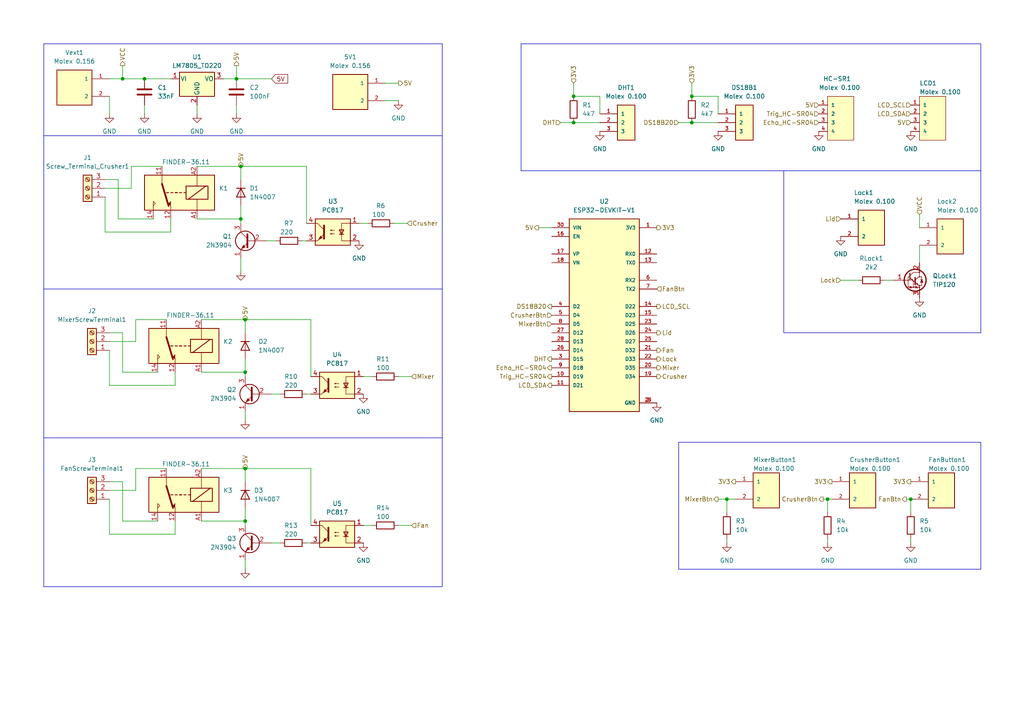
<source format=kicad_sch>
(kicad_sch (version 20230121) (generator eeschema)
  (paper "A4")
  (lib_symbols
    (symbol "Conectores_Molex:Molex_100_2pines" (pin_names (offset 1.016))
      (property "Reference" "P" (at 0 5.086 0))
      (property "Value" "Molex 0.100" (at 0 -7.624 0))
      (symbol "Molex_100_2pines_0_0"
        (rectangle (start 0 5.08) (end 7.62 -5.08) (stroke (width 0.254)) (fill (type background)))
        (pin passive line (at -5.08 2.54 0) (length 5.08) (name "1") (number "1"))
        (pin passive line (at -5.08 -2.54 0) (length 5.08) (name "2") (number "2"))
      )
    )
    (symbol "Conectores_Molex:Molex_100_3pines" (pin_names (offset 1.016))
      (property "Reference" "J" (at -2.5438 5.5964 0))
      (property "Value" "Molex 0.100" (at -2.5433 -7.1213 0))
      (symbol "Molex_100_3pines_0_0"
        (rectangle (start -2.54 -5.08) (end 2.54 5.08) (stroke (width 0.254)) (fill (type background)))
        (pin passive line (at 7.62 2.54 180) (length 5.08) (name "1") (number "1"))
        (pin passive line (at 7.62 0 180) (length 5.08) (name "2") (number "2"))
        (pin passive line (at 7.62 -2.54 180) (length 5.08) (name "3") (number "3"))
      )
    )
    (symbol "Conectores_Molex:Molex_100_4pines" (pin_names (offset 1.016))
      (property "Reference" "J" (at -3.0498 5.5914 0))
      (property "Value" "Molex 0.100" (at -2.5406 -10.1625 0))
      (symbol "Molex_100_4pines_0_0"
        (rectangle (start -2.54 5.08) (end 5.08 -7.62) (stroke (width 0.1524)) (fill (type background)))
        (pin passive line (at -5.08 2.54 0) (length 2.54) (name "1") (number "1"))
        (pin passive line (at -5.08 0 0) (length 2.54) (name "2") (number "2"))
        (pin passive line (at -5.08 -2.54 0) (length 2.54) (name "3") (number "3"))
        (pin passive line (at -5.08 -5.08 0) (length 2.54) (name "4") (number "4"))
      )
    )
    (symbol "Conectores_Molex:Molex_156_2pines" (pin_names (offset 1.016))
      (property "Reference" "J" (at -5.0839 5.3381 0))
      (property "Value" "Molex 0.156" (at -5.0864 -7.6295 0))
      (symbol "Molex_156_2pines_0_0"
        (rectangle (start -5.08 -5.08) (end 5.08 5.08) (stroke (width 0.254)) (fill (type background)))
        (pin passive line (at 10.16 2.54 180) (length 5.08) (name "1") (number "1"))
        (pin passive line (at 10.16 -2.54 180) (length 5.08) (name "2") (number "2"))
      )
    )
    (symbol "Connector:Screw_Terminal_01x03" (pin_names (offset 1.016) hide)
      (property "Reference" "J" (at 0 5.08 0))
      (property "Value" "Screw_Terminal_01x03" (at 0 -5.08 0))
      (symbol "Screw_Terminal_01x03_1_1"
        (rectangle (start -1.27 3.81) (end 1.27 -3.81) (stroke (width 0.254)) (fill (type background)))
        (circle (center 0 -2.54) (radius 0.635) (stroke (width 0.1524)))
        (polyline (pts (xy -0.5334 -2.2098) (xy 0.3302 -3.048)) (stroke (width 0.1524)))
        (polyline (pts (xy -0.5334 0.3302) (xy 0.3302 -0.508)) (stroke (width 0.1524)))
        (polyline (pts (xy -0.5334 2.8702) (xy 0.3302 2.032)) (stroke (width 0.1524)))
        (polyline (pts (xy -0.3556 -2.032) (xy 0.508 -2.8702)) (stroke (width 0.1524)))
        (polyline (pts (xy -0.3556 0.508) (xy 0.508 -0.3302)) (stroke (width 0.1524)))
        (polyline (pts (xy -0.3556 3.048) (xy 0.508 2.2098)) (stroke (width 0.1524)))
        (circle (center 0 0) (radius 0.635) (stroke (width 0.1524)))
        (circle (center 0 2.54) (radius 0.635) (stroke (width 0.1524)))
        (pin passive line (at -5.08 2.54 0) (length 3.81) (name "Pin_1") (number "1"))
        (pin passive line (at -5.08 0 0) (length 3.81) (name "Pin_2") (number "2"))
        (pin passive line (at -5.08 -2.54 0) (length 3.81) (name "Pin_3") (number "3"))
      )
    )
    (symbol "Device:C" (pin_numbers hide) (pin_names (offset 0.254))
      (property "Reference" "C" (at 0.635 2.54 0))
      (property "Value" "C" (at 0.635 -2.54 0))
      (symbol "C_0_1"
        (polyline (pts (xy -2.032 -0.762) (xy 2.032 -0.762)) (stroke (width 0.508)))
        (polyline (pts (xy -2.032 0.762) (xy 2.032 0.762)) (stroke (width 0.508)))
      )
      (symbol "C_1_1"
        (pin passive line (at 0 3.81 270) (length 2.794) (name "~") (number "1"))
        (pin passive line (at 0 -3.81 90) (length 2.794) (name "~") (number "2"))
      )
    )
    (symbol "Device:R" (pin_numbers hide) (pin_names (offset 0))
      (property "Reference" "R" (at 2.032 0 90))
      (property "Value" "R" (at 0 0 90))
      (symbol "R_0_1"
        (rectangle (start -1.016 -2.54) (end 1.016 2.54) (stroke (width 0.254)))
      )
      (symbol "R_1_1"
        (pin passive line (at 0 3.81 270) (length 1.27) (name "~") (number "1"))
        (pin passive line (at 0 -3.81 90) (length 1.27) (name "~") (number "2"))
      )
    )
    (symbol "Diode:1N4007" (pin_numbers hide) (pin_names hide)
      (property "Reference" "D" (at 0 2.54 0))
      (property "Value" "1N4007" (at 0 -2.54 0))
      (symbol "1N4007_0_1"
        (polyline (pts (xy -1.27 1.27) (xy -1.27 -1.27)) (stroke (width 0.254)))
        (polyline (pts (xy 1.27 0) (xy -1.27 0)))
        (polyline (pts (xy 1.27 1.27) (xy 1.27 -1.27) (xy -1.27 0) (xy 1.27 1.27)) (stroke (width 0.254)))
      )
      (symbol "1N4007_1_1"
        (pin passive line (at -3.81 0 0) (length 2.54) (name "K") (number "1"))
        (pin passive line (at 3.81 0 180) (length 2.54) (name "A") (number "2"))
      )
    )
    (symbol "ESP32-DEVKIT-V1:ESP32-DEVKIT-V1" (pin_names (offset 1.016))
      (property "Reference" "U" (at -10.16 30.48 0))
      (property "Value" "ESP32-DEVKIT-V1" (at -10.16 -30.48 0))
      (symbol "ESP32-DEVKIT-V1_0_0"
        (rectangle (start -10.16 -27.94) (end 10.16 27.94) (stroke (width 0.254)) (fill (type background)))
        (pin output line (at 15.24 25.4 180) (length 5.08) (name "3V3") (number "1"))
        (pin bidirectional line (at -15.24 -17.78 0) (length 5.08) (name "D19") (number "10"))
        (pin bidirectional line (at -15.24 -20.32 0) (length 5.08) (name "D21") (number "11"))
        (pin input line (at 15.24 17.78 180) (length 5.08) (name "RX0") (number "12"))
        (pin output line (at 15.24 15.24 180) (length 5.08) (name "TX0") (number "13"))
        (pin bidirectional line (at 15.24 2.54 180) (length 5.08) (name "D22") (number "14"))
        (pin bidirectional line (at 15.24 0 180) (length 5.08) (name "D23") (number "15"))
        (pin input line (at -15.24 22.86 0) (length 5.08) (name "EN") (number "16"))
        (pin bidirectional line (at -15.24 17.78 0) (length 5.08) (name "VP") (number "17"))
        (pin bidirectional line (at -15.24 15.24 0) (length 5.08) (name "VN") (number "18"))
        (pin bidirectional line (at 15.24 -17.78 180) (length 5.08) (name "D34") (number "19"))
        (pin power_in line (at 15.24 -25.4 180) (length 5.08) (name "GND") (number "2"))
        (pin bidirectional line (at 15.24 -15.24 180) (length 5.08) (name "D35") (number "20"))
        (pin bidirectional line (at 15.24 -10.16 180) (length 5.08) (name "D32") (number "21"))
        (pin bidirectional line (at 15.24 -12.7 180) (length 5.08) (name "D33") (number "22"))
        (pin bidirectional line (at 15.24 -2.54 180) (length 5.08) (name "D25") (number "23"))
        (pin bidirectional line (at 15.24 -5.08 180) (length 5.08) (name "D26") (number "24"))
        (pin bidirectional line (at 15.24 -7.62 180) (length 5.08) (name "D27") (number "25"))
        (pin bidirectional line (at -15.24 -10.16 0) (length 5.08) (name "D14") (number "26"))
        (pin bidirectional line (at -15.24 -5.08 0) (length 5.08) (name "D12") (number "27"))
        (pin bidirectional line (at -15.24 -7.62 0) (length 5.08) (name "D13") (number "28"))
        (pin power_in line (at 15.24 -25.4 180) (length 5.08) (name "GND") (number "29"))
        (pin bidirectional line (at -15.24 -12.7 0) (length 5.08) (name "D15") (number "3"))
        (pin input line (at -15.24 25.4 0) (length 5.08) (name "VIN") (number "30"))
        (pin bidirectional line (at -15.24 2.54 0) (length 5.08) (name "D2") (number "4"))
        (pin bidirectional line (at -15.24 0 0) (length 5.08) (name "D4") (number "5"))
        (pin input line (at 15.24 10.16 180) (length 5.08) (name "RX2") (number "6"))
        (pin output line (at 15.24 7.62 180) (length 5.08) (name "TX2") (number "7"))
        (pin bidirectional line (at -15.24 -2.54 0) (length 5.08) (name "D5") (number "8"))
        (pin bidirectional line (at -15.24 -15.24 0) (length 5.08) (name "D18") (number "9"))
      )
    )
    (symbol "Isolator:PC817" (pin_names (offset 1.016))
      (property "Reference" "U" (at -5.08 5.08 0))
      (property "Value" "PC817" (at 0 5.08 0))
      (symbol "PC817_0_1"
        (rectangle (start -5.08 3.81) (end 5.08 -3.81) (stroke (width 0.254)) (fill (type background)))
        (polyline (pts (xy -3.175 -0.635) (xy -1.905 -0.635)) (stroke (width 0.254)))
        (polyline (pts (xy 2.54 0.635) (xy 4.445 2.54)))
        (polyline (pts (xy 4.445 -2.54) (xy 2.54 -0.635)) (fill (type outline)))
        (polyline (pts (xy 4.445 -2.54) (xy 5.08 -2.54)))
        (polyline (pts (xy 4.445 2.54) (xy 5.08 2.54)))
        (polyline (pts (xy -5.08 2.54) (xy -2.54 2.54) (xy -2.54 -0.635)))
        (polyline (pts (xy -2.54 -0.635) (xy -2.54 -2.54) (xy -5.08 -2.54)))
        (polyline (pts (xy 2.54 1.905) (xy 2.54 -1.905) (xy 2.54 -1.905)) (stroke (width 0.508)))
        (polyline (pts (xy -2.54 -0.635) (xy -3.175 0.635) (xy -1.905 0.635) (xy -2.54 -0.635)) (stroke (width 0.254)))
        (polyline (pts (xy -0.508 -0.508) (xy 0.762 -0.508) (xy 0.381 -0.635) (xy 0.381 -0.381) (xy 0.762 -0.508)))
        (polyline (pts (xy -0.508 0.508) (xy 0.762 0.508) (xy 0.381 0.381) (xy 0.381 0.635) (xy 0.762 0.508)))
        (polyline (pts (xy 3.048 -1.651) (xy 3.556 -1.143) (xy 4.064 -2.159) (xy 3.048 -1.651) (xy 3.048 -1.651)) (fill (type outline)))
      )
      (symbol "PC817_1_1"
        (pin passive line (at -7.62 2.54 0) (length 2.54) (name "~") (number "1"))
        (pin passive line (at -7.62 -2.54 0) (length 2.54) (name "~") (number "2"))
        (pin passive line (at 7.62 -2.54 180) (length 2.54) (name "~") (number "3"))
        (pin passive line (at 7.62 2.54 180) (length 2.54) (name "~") (number "4"))
      )
    )
    (symbol "Regulator_Linear:LM7805_TO220" (pin_names (offset 0.254))
      (property "Reference" "U" (at -3.81 3.175 0))
      (property "Value" "LM7805_TO220" (at 0 3.175 0))
      (symbol "LM7805_TO220_0_1"
        (rectangle (start -5.08 1.905) (end 5.08 -5.08) (stroke (width 0.254)) (fill (type background)))
      )
      (symbol "LM7805_TO220_1_1"
        (pin power_in line (at -7.62 0 0) (length 2.54) (name "VI") (number "1"))
        (pin power_in line (at 0 -7.62 90) (length 2.54) (name "GND") (number "2"))
        (pin power_out line (at 7.62 0 180) (length 2.54) (name "VO") (number "3"))
      )
    )
    (symbol "Relay:FINDER-36.11"
      (property "Reference" "K" (at 11.43 3.81 0))
      (property "Value" "FINDER-36.11" (at 11.43 1.27 0))
      (symbol "FINDER-36.11_0_0"
        (polyline (pts (xy 2.54 3.81) (xy 2.54 5.08)))
        (polyline (pts (xy 7.62 3.81) (xy 7.62 5.08)))
        (polyline (pts (xy 7.62 3.81) (xy 7.62 2.54) (xy 6.985 3.175) (xy 7.62 3.81)))
      )
      (symbol "FINDER-36.11_0_1"
        (rectangle (start -10.16 5.08) (end 10.16 -5.08) (stroke (width 0.254)) (fill (type background)))
        (rectangle (start -8.255 1.905) (end -1.905 -1.905) (stroke (width 0.254)))
        (polyline (pts (xy -7.62 -1.905) (xy -2.54 1.905)) (stroke (width 0.254)))
        (polyline (pts (xy -5.08 -5.08) (xy -5.08 -1.905)))
        (polyline (pts (xy -5.08 5.08) (xy -5.08 1.905)))
        (polyline (pts (xy -1.905 0) (xy -1.27 0)) (stroke (width 0.254)))
        (polyline (pts (xy -0.635 0) (xy 0 0)) (stroke (width 0.254)))
        (polyline (pts (xy 0.635 0) (xy 1.27 0)) (stroke (width 0.254)))
        (polyline (pts (xy 0.635 0) (xy 1.27 0)) (stroke (width 0.254)))
        (polyline (pts (xy 1.905 0) (xy 2.54 0)) (stroke (width 0.254)))
        (polyline (pts (xy 3.175 0) (xy 3.81 0)) (stroke (width 0.254)))
        (polyline (pts (xy 5.08 -2.54) (xy 3.175 3.81)) (stroke (width 0.508)))
        (polyline (pts (xy 5.08 -2.54) (xy 5.08 -5.08)))
        (polyline (pts (xy 2.54 2.54) (xy 3.175 3.175) (xy 2.54 3.81)) (fill (type outline)))
      )
      (symbol "FINDER-36.11_1_1"
        (pin passive line (at 5.08 -7.62 90) (length 2.54) (name "~") (number "11"))
        (pin passive line (at 2.54 7.62 270) (length 2.54) (name "~") (number "12"))
        (pin passive line (at 7.62 7.62 270) (length 2.54) (name "~") (number "14"))
        (pin passive line (at -5.08 7.62 270) (length 2.54) (name "~") (number "A1"))
        (pin passive line (at -5.08 -7.62 90) (length 2.54) (name "~") (number "A2"))
      )
    )
    (symbol "Transistor_BJT:2N3904" (pin_names (offset 0) hide)
      (property "Reference" "Q" (at 5.08 1.905 0))
      (property "Value" "2N3904" (at 5.08 0 0))
      (symbol "2N3904_0_1"
        (polyline (pts (xy 0.635 0.635) (xy 2.54 2.54)))
        (polyline (pts (xy 0.635 -0.635) (xy 2.54 -2.54) (xy 2.54 -2.54)))
        (polyline (pts (xy 0.635 1.905) (xy 0.635 -1.905) (xy 0.635 -1.905)) (stroke (width 0.508)))
        (polyline (pts (xy 1.27 -1.778) (xy 1.778 -1.27) (xy 2.286 -2.286) (xy 1.27 -1.778) (xy 1.27 -1.778)) (fill (type outline)))
        (circle (center 1.27 0) (radius 2.8194) (stroke (width 0.254)))
      )
      (symbol "2N3904_1_1"
        (pin passive line (at 2.54 -5.08 90) (length 2.54) (name "E") (number "1"))
        (pin passive line (at -5.08 0 0) (length 5.715) (name "B") (number "2"))
        (pin passive line (at 2.54 5.08 270) (length 2.54) (name "C") (number "3"))
      )
    )
    (symbol "Transistor_BJT:TIP120" (pin_names (offset 0) hide)
      (property "Reference" "Q" (at 5.08 1.905 0))
      (property "Value" "TIP120" (at 5.08 0 0))
      (symbol "TIP120_0_1"
        (circle (center -0.762 0) (radius 0.127))
        (polyline (pts (xy -1.27 0) (xy -0.889 0)))
        (polyline (pts (xy 2.54 -2.032) (xy 2.54 -2.54)))
        (polyline (pts (xy 2.54 -1.524) (xy 3.175 -1.524)))
        (polyline (pts (xy 2.794 0.127) (xy 3.556 0.127)))
        (polyline (pts (xy 3.175 -0.635) (xy 3.175 -1.524)))
        (polyline (pts (xy 3.175 1.016) (xy 2.54 1.016)))
        (polyline (pts (xy 3.175 1.016) (xy 3.175 0.127)))
        (polyline (pts (xy -0.254 0.762) (xy 0.762 -0.254) (xy 1.27 -0.254)))
        (polyline (pts (xy -0.254 1.016) (xy -0.762 1.016) (xy -0.762 -2.032)))
        (polyline (pts (xy -0.254 1.27) (xy 0.762 2.286) (xy 2.54 2.286)))
        (polyline (pts (xy -0.254 2.032) (xy -0.254 0) (xy -0.254 0)) (stroke (width 0.3048)))
        (polyline (pts (xy 1.27 0.762) (xy 1.27 -1.27) (xy 1.27 -1.27)) (stroke (width 0.381)))
        (polyline (pts (xy 0.635 -0.127) (xy 0.381 0.381) (xy 0.127 0.127) (xy 0.635 -0.127)))
        (polyline (pts (xy 1.27 -0.508) (xy 2.286 -1.524) (xy 2.54 -1.524) (xy 2.54 -2.032)))
        (polyline (pts (xy 1.27 0) (xy 2.286 1.016) (xy 2.54 1.016) (xy 2.54 2.286)))
        (polyline (pts (xy 2.159 -1.397) (xy 1.905 -0.889) (xy 1.651 -1.143) (xy 2.159 -1.397)))
        (polyline (pts (xy 3.175 0.127) (xy 2.794 -0.635) (xy 3.556 -0.635) (xy 3.175 0.127)) (fill (type outline)))
        (polyline (pts (xy 0.762 -2.032) (xy 0.381 -2.032) (xy 0.254 -2.286) (xy 0.127 -1.778) (xy 0 -2.286) (xy -0.127 -1.778) (xy -0.254 -2.286) (xy -0.381 -1.778) (xy -0.508 -2.032) (xy -0.762 -2.032)))
        (polyline (pts (xy 0.762 -0.254) (xy 0.762 -2.032) (xy 1.143 -2.032) (xy 1.27 -1.778) (xy 1.397 -2.286) (xy 1.524 -1.778) (xy 1.651 -2.286) (xy 1.778 -1.778) (xy 1.905 -2.286) (xy 2.032 -2.032) (xy 2.54 -2.032)))
        (circle (center 0.762 -2.032) (radius 0.127))
        (circle (center 0.762 -0.254) (radius 0.127))
        (circle (center 1.27 0) (radius 3.175) (stroke (width 0.3556)))
        (circle (center 2.54 -2.032) (radius 0.127))
        (circle (center 2.54 -1.524) (radius 0.127))
        (circle (center 2.54 1.016) (radius 0.127))
        (circle (center 2.54 2.286) (radius 0.127))
      )
      (symbol "TIP120_1_1"
        (pin input line (at -5.08 0 0) (length 3.81) (name "B") (number "1"))
        (pin passive line (at 2.54 5.08 270) (length 2.667) (name "C") (number "2"))
        (pin passive line (at 2.54 -5.08 90) (length 2.54) (name "E") (number "3"))
      )
    )
    (symbol "power:GND" (power) (pin_names (offset 0))
      (property "Value" "GND" (at 0 -3.81 0))
      (symbol "GND_0_1"
        (polyline (pts (xy 0 0) (xy 0 -1.27) (xy 1.27 -1.27) (xy 0 -2.54) (xy -1.27 -1.27) (xy 0 -1.27)))
      )
      (symbol "GND_1_1"
        (pin power_in line (at 0 0 270) (length 0) hide (name "GND") (number "1"))
      )
    )
  )
  (junction (at 200.66 27.94))
  (junction (at 68.58 22.86))
  (junction (at 166.37 27.94))
  (junction (at 69.85 48.26))
  (junction (at 200.66 35.56))
  (junction (at 71.12 135.89))
  (junction (at 166.37 35.56))
  (junction (at 264.16 144.78))
  (junction (at 71.12 107.95))
  (junction (at 41.91 22.86))
  (junction (at 210.82 144.78))
  (junction (at 71.12 151.13))
  (junction (at 69.85 63.5))
  (junction (at 35.56 22.86))
  (junction (at 240.03 144.78))
  (junction (at 71.12 92.71))
  (wire (pts (xy 240.03 144.78) (xy 241.3 144.78)))
  (wire (pts (xy 57.15 63.5) (xy 69.85 63.5)))
  (wire (pts (xy 46.99 48.26) (xy 38.1 48.26)))
  (wire (pts (xy 39.37 142.24) (xy 31.75 142.24)))
  (wire (pts (xy 64.77 22.86) (xy 68.58 22.86)))
  (wire (pts (xy 88.9 48.26) (xy 88.9 64.77)))
  (wire (pts (xy 162.56 35.56) (xy 166.37 35.56)))
  (wire (pts (xy 264.16 157.48) (xy 264.16 156.21)))
  (wire (pts (xy 68.58 19.05) (xy 68.58 22.86)))
  (wire (pts (xy 71.12 147.32) (xy 71.12 151.13)))
  (wire (pts (xy 48.26 92.71) (xy 39.37 92.71)))
  (wire (pts (xy 208.28 33.02) (xy 208.28 27.94)))
  (polyline (pts (xy 283.21 128.27) (xy 196.85 128.27)))
  (wire (pts (xy 114.3 64.77) (xy 118.11 64.77)))
  (wire (pts (xy 104.14 64.77) (xy 106.68 64.77)))
  (wire (pts (xy 71.12 104.14) (xy 71.12 107.95)))
  (polyline (pts (xy 128.27 83.82) (xy 12.7 83.82)))
  (wire (pts (xy 71.12 135.89) (xy 71.12 139.7)))
  (wire (pts (xy 115.57 109.22) (xy 119.38 109.22)))
  (wire (pts (xy 166.37 24.13) (xy 166.37 27.94)))
  (polyline (pts (xy 196.85 165.1) (xy 284.48 165.1)))
  (wire (pts (xy 111.76 24.13) (xy 115.57 24.13)))
  (polyline (pts (xy 283.21 128.27) (xy 284.48 128.27)))
  (wire (pts (xy 58.42 107.95) (xy 71.12 107.95)))
  (wire (pts (xy 115.57 152.4) (xy 119.38 152.4)))
  (polyline (pts (xy 12.7 83.82) (xy 12.7 127)))
  (polyline (pts (xy 12.7 127) (xy 12.7 170.18)))
  (polyline (pts (xy 12.7 39.37) (xy 12.7 83.82)))
  (wire (pts (xy 57.15 30.48) (xy 57.15 33.02)))
  (wire (pts (xy 90.17 135.89) (xy 90.17 152.4)))
  (wire (pts (xy 50.8 151.13) (xy 50.8 154.94)))
  (wire (pts (xy 35.56 22.86) (xy 41.91 22.86)))
  (wire (pts (xy 69.85 48.26) (xy 69.85 52.07)))
  (polyline (pts (xy 128.27 39.37) (xy 128.27 83.82)))
  (polyline (pts (xy 12.7 39.37) (xy 12.7 12.7)))
  (polyline (pts (xy 12.7 12.7) (xy 128.27 12.7)))
  (wire (pts (xy 173.99 27.94) (xy 166.37 27.94)))
  (wire (pts (xy 58.42 151.13) (xy 71.12 151.13)))
  (polyline (pts (xy 284.48 12.7) (xy 284.48 48.26)))
  (wire (pts (xy 38.1 54.61) (xy 30.48 54.61)))
  (polyline (pts (xy 196.85 128.27) (xy 196.85 165.1)))
  (wire (pts (xy 238.76 144.78) (xy 240.03 144.78)))
  (wire (pts (xy 173.99 33.02) (xy 173.99 27.94)))
  (wire (pts (xy 35.56 107.95) (xy 35.56 96.52)))
  (wire (pts (xy 88.9 157.48) (xy 90.17 157.48)))
  (wire (pts (xy 264.16 148.59) (xy 264.16 144.78)))
  (wire (pts (xy 240.03 148.59) (xy 240.03 144.78)))
  (wire (pts (xy 31.75 22.86) (xy 35.56 22.86)))
  (wire (pts (xy 45.72 151.13) (xy 35.56 151.13)))
  (wire (pts (xy 68.58 22.86) (xy 78.74 22.86)))
  (wire (pts (xy 71.12 151.13) (xy 71.12 152.4)))
  (wire (pts (xy 88.9 114.3) (xy 90.17 114.3)))
  (wire (pts (xy 41.91 22.86) (xy 49.53 22.86)))
  (wire (pts (xy 69.85 48.26) (xy 88.9 48.26)))
  (wire (pts (xy 266.7 71.12) (xy 266.7 76.2)))
  (wire (pts (xy 35.56 96.52) (xy 31.75 96.52)))
  (wire (pts (xy 50.8 107.95) (xy 50.8 111.76)))
  (wire (pts (xy 38.1 48.26) (xy 38.1 54.61)))
  (polyline (pts (xy 151.13 12.7) (xy 151.13 49.53)))
  (wire (pts (xy 78.74 157.48) (xy 81.28 157.48)))
  (polyline (pts (xy 128.27 127) (xy 128.27 83.82)))
  (wire (pts (xy 69.85 74.93) (xy 69.85 78.74)))
  (wire (pts (xy 71.12 121.92) (xy 71.12 119.38)))
  (wire (pts (xy 266.7 62.23) (xy 266.7 66.04)))
  (wire (pts (xy 39.37 135.89) (xy 39.37 142.24)))
  (wire (pts (xy 31.75 111.76) (xy 31.75 101.6)))
  (wire (pts (xy 68.58 30.48) (xy 68.58 33.02)))
  (polyline (pts (xy 12.7 127) (xy 128.27 127)))
  (polyline (pts (xy 284.48 96.52) (xy 284.48 48.26)))
  (wire (pts (xy 71.12 92.71) (xy 71.12 96.52)))
  (polyline (pts (xy 284.48 49.53) (xy 151.13 49.53)))
  (wire (pts (xy 35.56 19.05) (xy 35.56 22.86)))
  (polyline (pts (xy 284.48 165.1) (xy 284.48 128.27)))
  (wire (pts (xy 87.63 69.85) (xy 88.9 69.85)))
  (wire (pts (xy 41.91 30.48) (xy 41.91 33.02)))
  (wire (pts (xy 78.74 114.3) (xy 81.28 114.3)))
  (wire (pts (xy 196.85 35.56) (xy 200.66 35.56)))
  (wire (pts (xy 210.82 144.78) (xy 210.82 148.59)))
  (polyline (pts (xy 128.27 12.7) (xy 128.27 39.37)))
  (wire (pts (xy 262.89 144.78) (xy 264.16 144.78)))
  (wire (pts (xy 50.8 154.94) (xy 31.75 154.94)))
  (wire (pts (xy 105.41 109.22) (xy 107.95 109.22)))
  (wire (pts (xy 71.12 165.1) (xy 71.12 162.56)))
  (wire (pts (xy 57.15 48.26) (xy 69.85 48.26)))
  (wire (pts (xy 35.56 139.7) (xy 31.75 139.7)))
  (wire (pts (xy 200.66 35.56) (xy 208.28 35.56)))
  (wire (pts (xy 45.72 107.95) (xy 35.56 107.95)))
  (wire (pts (xy 34.29 63.5) (xy 34.29 52.07)))
  (polyline (pts (xy 151.13 12.7) (xy 284.48 12.7)))
  (wire (pts (xy 50.8 111.76) (xy 31.75 111.76)))
  (polyline (pts (xy 128.27 170.18) (xy 128.27 127)))
  (wire (pts (xy 80.01 69.85) (xy 77.47 69.85)))
  (wire (pts (xy 39.37 99.06) (xy 31.75 99.06)))
  (wire (pts (xy 256.54 81.28) (xy 259.08 81.28)))
  (wire (pts (xy 48.26 135.89) (xy 39.37 135.89)))
  (wire (pts (xy 105.41 152.4) (xy 107.95 152.4)))
  (wire (pts (xy 71.12 92.71) (xy 90.17 92.71)))
  (wire (pts (xy 44.45 63.5) (xy 34.29 63.5)))
  (wire (pts (xy 30.48 67.31) (xy 30.48 57.15)))
  (wire (pts (xy 210.82 157.48) (xy 210.82 156.21)))
  (wire (pts (xy 49.53 63.5) (xy 49.53 67.31)))
  (wire (pts (xy 49.53 67.31) (xy 30.48 67.31)))
  (polyline (pts (xy 227.33 49.53) (xy 227.33 96.52)))
  (wire (pts (xy 58.42 135.89) (xy 71.12 135.89)))
  (wire (pts (xy 208.28 144.78) (xy 210.82 144.78)))
  (wire (pts (xy 208.28 27.94) (xy 200.66 27.94)))
  (wire (pts (xy 35.56 151.13) (xy 35.56 139.7)))
  (wire (pts (xy 31.75 154.94) (xy 31.75 144.78)))
  (polyline (pts (xy 227.33 96.52) (xy 284.48 96.52)))
  (polyline (pts (xy 284.48 165.1) (xy 284.48 165.1)))
  (wire (pts (xy 90.17 92.71) (xy 90.17 109.22)))
  (wire (pts (xy 69.85 63.5) (xy 69.85 64.77)))
  (wire (pts (xy 156.21 66.04) (xy 160.02 66.04)))
  (wire (pts (xy 71.12 135.89) (xy 90.17 135.89)))
  (wire (pts (xy 111.76 29.21) (xy 115.57 29.21)))
  (wire (pts (xy 240.03 157.48) (xy 240.03 156.21)))
  (wire (pts (xy 34.29 52.07) (xy 30.48 52.07)))
  (wire (pts (xy 39.37 92.71) (xy 39.37 99.06)))
  (polyline (pts (xy 12.7 170.18) (xy 128.27 170.18)))
  (wire (pts (xy 166.37 35.56) (xy 173.99 35.56)))
  (wire (pts (xy 210.82 144.78) (xy 213.36 144.78)))
  (polyline (pts (xy 12.7 39.37) (xy 128.27 39.37)))
  (wire (pts (xy 200.66 24.13) (xy 200.66 27.94)))
  (wire (pts (xy 58.42 92.71) (xy 71.12 92.71)))
  (wire (pts (xy 248.92 81.28) (xy 243.84 81.28)))
  (wire (pts (xy 31.75 27.94) (xy 31.75 33.02)))
  (wire (pts (xy 71.12 107.95) (xy 71.12 109.22)))
  (wire (pts (xy 69.85 59.69) (xy 69.85 63.5)))
  (global_label "5V" (shape input) (at 78.74 22.86 0) (property "Intersheetrefs" "${INTERSHEET_REFS}" (effects hide)))
  (hierarchical_label "Crusher" (shape output) (at 190.5 109.22 0))
  (hierarchical_label "LCD_SDA" (shape output) (at 160.02 111.76 180))
  (hierarchical_label "5V" (shape input) (at 264.16 35.56 180))
  (hierarchical_label "5V" (shape output) (at 71.12 135.89 90))
  (hierarchical_label "Lock" (shape output) (at 190.5 104.14 0))
  (hierarchical_label "5V" (shape output) (at 115.57 24.13 0))
  (hierarchical_label "Mixer" (shape input) (at 119.38 109.22 0))
  (hierarchical_label "Mixer" (shape output) (at 190.5 106.68 0))
  (hierarchical_label "Echo_HC-SR04" (shape input) (at 237.49 35.56 180))
  (hierarchical_label "3V3" (shape input) (at 200.66 24.13 90))
  (hierarchical_label "5V" (shape output) (at 69.85 48.26 90))
  (hierarchical_label "DHT" (shape output) (at 160.02 104.14 180))
  (hierarchical_label "Lid" (shape output) (at 190.5 96.52 0))
  (hierarchical_label "Fan" (shape input) (at 119.38 152.4 0))
  (hierarchical_label "DHT" (shape input) (at 162.56 35.56 180))
  (hierarchical_label "CrusherBtn" (shape input) (at 160.02 91.44 180))
  (hierarchical_label "5V" (shape output) (at 156.21 66.04 180))
  (hierarchical_label "FanBtn" (shape input) (at 190.5 83.82 0))
  (hierarchical_label "LCD_SCL" (shape input) (at 264.16 30.48 180))
  (hierarchical_label "DS18B20" (shape input) (at 196.85 35.56 180))
  (hierarchical_label "5V" (shape output) (at 71.12 92.71 90))
  (hierarchical_label "Trig_HC-SR04" (shape input) (at 237.49 33.02 180))
  (hierarchical_label "LCD_SDA" (shape input) (at 264.16 33.02 180))
  (hierarchical_label "LCD_SCL" (shape output) (at 190.5 88.9 0))
  (hierarchical_label "5V" (shape input) (at 237.49 30.48 180))
  (hierarchical_label "FanBtn" (shape output) (at 262.89 144.78 180))
  (hierarchical_label "Echo_HC-SR04" (shape output) (at 160.02 106.68 180))
  (hierarchical_label "3V3" (shape output) (at 264.16 139.7 180))
  (hierarchical_label "MixerBtn" (shape output) (at 208.28 144.78 180))
  (hierarchical_label "VCC" (shape input) (at 266.7 62.23 90))
  (hierarchical_label "Fan" (shape output) (at 190.5 101.6 0))
  (hierarchical_label "Lock" (shape input) (at 243.84 81.28 180))
  (hierarchical_label "3V3" (shape input) (at 166.37 24.13 90))
  (hierarchical_label "MixerBtn" (shape input) (at 160.02 93.98 180))
  (hierarchical_label "3V3" (shape output) (at 213.36 139.7 180))
  (hierarchical_label "5V" (shape output) (at 68.58 19.05 90))
  (hierarchical_label "Crusher" (shape input) (at 118.11 64.77 0))
  (hierarchical_label "3V3" (shape output) (at 241.3 139.7 180))
  (hierarchical_label "Lid" (shape input) (at 243.84 63.5 180))
  (hierarchical_label "CrusherBtn" (shape output) (at 238.76 144.78 180))
  (hierarchical_label "3V3" (shape output) (at 190.5 66.04 0))
  (hierarchical_label "Trig_HC-SR04" (shape output) (at 160.02 109.22 180))
  (hierarchical_label "DS18B20" (shape output) (at 160.02 88.9 180))
  (hierarchical_label "VCC" (shape output) (at 35.56 19.05 90))
  (symbol (lib_id "power:GND") (at 57.15 33.02 0) (unit 1)
    (property "Reference" "#PWR06" (effects hide))
    (property "Value" "GND" (at 57.15 38.1 0))
  )
  (symbol (lib_id "Conectores_Molex:Molex_100_4pines") (at 242.57 33.02 0) (unit 1)
    (property "Reference" "HC-SR1" (at 238.76 22.86 0) (effects (justify left)))
    (property "Value" "Molex 0.100" (at 237.49 25.4 0) (effects (justify left)))
    (property "Footprint" "Conectores_Molex:Molex_100_4pines" (effects hide))
    (property "MF" "Molex" (effects hide))
    (property "Description" "\n4 Position Header Spacer Connector 0.100 (2.54mm) Gold, GXT™ Through Hole\n" (effects hide))
    (property "Package" "None" (effects hide))
    (property "Price" "None" (effects hide))
    (property "Check_prices" "https://www.snapeda.com/parts/22-11-2042/Molex/view-part/?ref=eda" (effects hide))
    (property "STANDARD" "Manufacturer Recommendation" (effects hide))
    (property "PARTREV" "BD7" (effects hide))
    (property "SnapEDA_Link" "https://www.snapeda.com/parts/22-11-2042/Molex/view-part/?ref=snap" (effects hide))
    (property "MP" "22-11-2042" (effects hide))
    (property "Availability" "In Stock" (effects hide))
    (property "MANUFACTURER" "MOLEX" (effects hide))
  )
  (symbol (lib_id "power:GND") (at 115.57 29.21 0) (unit 1)
    (property "Reference" "#PWR08" (effects hide))
    (property "Value" "GND" (at 115.57 34.29 0))
  )
  (symbol (lib_id "Device:R") (at 111.76 152.4 270) (unit 1)
    (property "Reference" "R14" (at 113.03 147.32 90) (effects (justify right)))
    (property "Value" "100" (at 113.03 149.86 90) (effects (justify right)))
    (property "Footprint" "Resistor_THT:R_Axial_DIN0309_L9.0mm_D3.2mm_P12.70mm_Horizontal" (effects hide))
  )
  (symbol (lib_id "power:GND") (at 266.7 86.36 0) (unit 1)
    (property "Reference" "#PWR016" (effects hide))
    (property "Value" "GND" (at 266.7 91.44 0))
  )
  (symbol (lib_id "Device:C") (at 41.91 26.67 0) (unit 1)
    (property "Reference" "C1" (at 45.72 25.4 0) (effects (justify left)))
    (property "Value" "33nF" (at 45.72 27.94 0) (effects (justify left)))
    (property "Footprint" "Capacitor_THT:C_Radial_D8.0mm_H7.0mm_P3.50mm" (effects hide))
  )
  (symbol (lib_id "power:GND") (at 31.75 33.02 0) (unit 1)
    (property "Reference" "#PWR01" (effects hide))
    (property "Value" "GND" (at 31.75 38.1 0))
  )
  (symbol (lib_id "Device:R") (at 200.66 31.75 0) (unit 1)
    (property "Reference" "R2" (at 203.2 30.48 0) (effects (justify left)))
    (property "Value" "4k7" (at 203.2 33.02 0) (effects (justify left)))
    (property "Footprint" "Resistor_THT:R_Axial_DIN0309_L9.0mm_D3.2mm_P12.70mm_Horizontal" (effects hide))
  )
  (symbol (lib_id "power:GND") (at 264.16 157.48 0) (unit 1)
    (property "Reference" "#PWR017" (effects hide))
    (property "Value" "GND" (at 264.16 162.56 0))
  )
  (symbol (lib_id "Transistor_BJT:2N3904") (at 73.66 157.48 0) (mirror y) (unit 1)
    (property "Reference" "Q3" (at 68.58 156.21 0) (effects (justify left)))
    (property "Value" "2N3904" (at 68.58 158.75 0) (effects (justify left)))
    (property "Footprint" "Package_TO_SOT_THT:TO-92_Inline" (effects hide))
    (property "Datasheet" "https://www.onsemi.com/pub/Collateral/2N3903-D.PDF" (effects hide))
  )
  (symbol (lib_id "power:GND") (at 208.28 38.1 0) (unit 1)
    (property "Reference" "#PWR012" (effects hide))
    (property "Value" "GND" (at 208.28 43.18 0))
  )
  (symbol (lib_id "Device:R") (at 252.73 81.28 270) (unit 1)
    (property "Reference" "RLock1" (at 252.73 74.93 90))
    (property "Value" "2k2" (at 252.73 77.47 90))
    (property "Footprint" "Resistor_THT:R_Axial_DIN0309_L9.0mm_D3.2mm_P12.70mm_Horizontal" (effects hide))
  )
  (symbol (lib_id "Conectores_Molex:Molex_100_4pines") (at 269.24 33.02 0) (unit 1)
    (property "Reference" "LCD1" (at 266.7 24.13 0) (effects (justify left)))
    (property "Value" "Molex 0.100" (at 266.7 26.67 0) (effects (justify left)))
    (property "Footprint" "Conectores_Molex:Molex_100_4pines" (effects hide))
    (property "MF" "Molex" (effects hide))
    (property "Description" "\n4 Position Header Spacer Connector 0.100 (2.54mm) Gold, GXT™ Through Hole\n" (effects hide))
    (property "Package" "None" (effects hide))
    (property "Price" "None" (effects hide))
    (property "Check_prices" "https://www.snapeda.com/parts/22-11-2042/Molex/view-part/?ref=eda" (effects hide))
    (property "STANDARD" "Manufacturer Recommendation" (effects hide))
    (property "PARTREV" "BD7" (effects hide))
    (property "SnapEDA_Link" "https://www.snapeda.com/parts/22-11-2042/Molex/view-part/?ref=snap" (effects hide))
    (property "MP" "22-11-2042" (effects hide))
    (property "Availability" "In Stock" (effects hide))
    (property "MANUFACTURER" "MOLEX" (effects hide))
  )
  (symbol (lib_id "power:GND") (at 240.03 157.48 0) (unit 1)
    (property "Reference" "#PWR014" (effects hide))
    (property "Value" "GND" (at 240.03 162.56 0))
  )
  (symbol (lib_id "Conectores_Molex:Molex_100_3pines") (at 181.61 35.56 0) (mirror y) (unit 1)
    (property "Reference" "DHT1" (at 181.61 25.4 0))
    (property "Value" "Molex 0.100" (at 181.61 27.94 0))
    (property "Footprint" "Conectores_Molex:Molex_100_3pines" (effects hide))
    (property "DigiKey_Part_Number" "WM4112-ND" (effects hide))
    (property "MF" "Molex" (effects hide))
    (property "Purchase-URL" "https://www.snapeda.com/api/url_track_click_mouser/?unipart_id=613100&manufacturer=Molex&part_name=0022272031&search_term=connector header through hole 3 position 0.100\"" (effects hide))
    (property "Package" "None" (effects hide))
    (property "Check_prices" "https://www.snapeda.com/parts/0022272031/Molex/view-part/?ref=eda" (effects hide))
    (property "STANDARD" "MANUFACTURER RECOMMENDATION" (effects hide))
    (property "PARTREV" "BC1" (effects hide))
    (property "SnapEDA_Link" "https://www.snapeda.com/parts/0022272031/Molex/view-part/?ref=snap" (effects hide))
    (property "MP" "0022272031" (effects hide))
    (property "Description" "\nConnector Header Through Hole 3 position 0.100 (2.54mm)\n" (effects hide))
    (property "MANUFACTURER" "MOLEX, LLC" (effects hide))
  )
  (symbol (lib_id "Isolator:PC817") (at 97.79 154.94 0) (mirror y) (unit 1)
    (property "Reference" "U5" (at 97.79 146.05 0))
    (property "Value" "PC817" (at 97.79 148.59 0))
    (property "Footprint" "Package_DIP:DIP-4_W7.62mm" (effects hide))
    (property "Datasheet" "http://www.soselectronic.cz/a_info/resource/d/pc817.pdf" (effects hide))
  )
  (symbol (lib_id "Conectores_Molex:Molex_100_3pines") (at 215.9 35.56 0) (mirror y) (unit 1)
    (property "Reference" "DS18B1" (at 215.9 25.4 0))
    (property "Value" "Molex 0.100" (at 215.9 27.94 0))
    (property "Footprint" "Conectores_Molex:Molex_100_3pines" (effects hide))
    (property "DigiKey_Part_Number" "WM4112-ND" (effects hide))
    (property "MF" "Molex" (effects hide))
    (property "Purchase-URL" "https://www.snapeda.com/api/url_track_click_mouser/?unipart_id=613100&manufacturer=Molex&part_name=0022272031&search_term=connector header through hole 3 position 0.100\"" (effects hide))
    (property "Package" "None" (effects hide))
    (property "Check_prices" "https://www.snapeda.com/parts/0022272031/Molex/view-part/?ref=eda" (effects hide))
    (property "STANDARD" "MANUFACTURER RECOMMENDATION" (effects hide))
    (property "PARTREV" "BC1" (effects hide))
    (property "SnapEDA_Link" "https://www.snapeda.com/parts/0022272031/Molex/view-part/?ref=snap" (effects hide))
    (property "MP" "0022272031" (effects hide))
    (property "Description" "\nConnector Header Through Hole 3 position 0.100 (2.54mm)\n" (effects hide))
    (property "MANUFACTURER" "MOLEX, LLC" (effects hide))
  )
  (symbol (lib_id "Device:R") (at 240.03 152.4 180) (unit 1)
    (property "Reference" "R4" (at 242.57 151.13 0) (effects (justify right)))
    (property "Value" "10k" (at 242.57 153.67 0) (effects (justify right)))
    (property "Footprint" "Resistor_THT:R_Axial_DIN0309_L9.0mm_D3.2mm_P12.70mm_Horizontal" (effects hide))
  )
  (symbol (lib_id "power:GND") (at 71.12 121.92 0) (unit 1)
    (property "Reference" "#PWR05" (effects hide))
    (property "Value" "GND" (effects hide))
  )
  (symbol (lib_id "Device:R") (at 264.16 152.4 180) (unit 1)
    (property "Reference" "R5" (at 266.7 151.13 0) (effects (justify right)))
    (property "Value" "10k" (at 266.7 153.67 0) (effects (justify right)))
    (property "Footprint" "Resistor_THT:R_Axial_DIN0309_L9.0mm_D3.2mm_P12.70mm_Horizontal" (effects hide))
  )
  (symbol (lib_id "power:GND") (at 105.41 114.3 0) (unit 1)
    (property "Reference" "#PWR019" (effects hide))
    (property "Value" "GND" (at 105.41 119.38 0))
  )
  (symbol (lib_id "Diode:1N4007") (at 71.12 100.33 270) (unit 1)
    (property "Reference" "D2" (at 74.93 99.06 90) (effects (justify left)))
    (property "Value" "1N4007" (at 74.93 101.6 90) (effects (justify left)))
    (property "Footprint" "Diode_THT:D_DO-41_SOD81_P10.16mm_Horizontal" (effects hide))
    (property "Datasheet" "http://www.vishay.com/docs/88503/1n4001.pdf" (effects hide))
    (property "Sim.Device" "D" (effects hide))
    (property "Sim.Pins" "1=K 2=A" (effects hide))
  )
  (symbol (lib_id "Conectores_Molex:Molex_156_2pines") (at 21.59 25.4 0) (unit 1)
    (property "Reference" "Vext1" (at 21.59 15.24 0))
    (property "Value" "Molex 0.156" (at 21.59 17.78 0))
    (property "Footprint" "Conectores_Molex:Molex_156_2pines" (effects hide))
    (property "MF" "Molex" (effects hide))
    (property "Description" "\nConnector Header Through Hole 2 position 0.156 (3.96mm)\n" (effects hide))
    (property "Package" "None" (effects hide))
    (property "Price" "None" (effects hide))
    (property "Check_prices" "https://www.snapeda.com/parts/0026604020/Molex/view-part/?ref=eda" (effects hide))
    (property "STANDARD" "Manufacturer Recommendation" (effects hide))
    (property "PARTREV" "R" (effects hide))
    (property "SnapEDA_Link" "https://www.snapeda.com/parts/0026604020/Molex/view-part/?ref=snap" (effects hide))
    (property "MP" "0026604020" (effects hide))
    (property "Purchase-URL" "https://www.snapeda.com/api/url_track_click_mouser/?unipart_id=702716&manufacturer=Molex&part_name=0026604020&search_term=connector header through hole 2 position 0.156\"" (effects hide))
    (property "Availability" "In Stock" (effects hide))
    (property "MANUFACTURER" "MOLEX" (effects hide))
  )
  (symbol (lib_id "Device:R") (at 110.49 64.77 270) (unit 1)
    (property "Reference" "R6" (at 111.76 59.69 90) (effects (justify right)))
    (property "Value" "100" (at 111.76 62.23 90) (effects (justify right)))
    (property "Footprint" "Resistor_THT:R_Axial_DIN0309_L9.0mm_D3.2mm_P12.70mm_Horizontal" (effects hide))
  )
  (symbol (lib_id "Device:R") (at 210.82 152.4 180) (unit 1)
    (property "Reference" "R3" (at 213.36 151.13 0) (effects (justify right)))
    (property "Value" "10k" (at 213.36 153.67 0) (effects (justify right)))
    (property "Footprint" "Resistor_THT:R_Axial_DIN0309_L9.0mm_D3.2mm_P12.70mm_Horizontal" (effects hide))
  )
  (symbol (lib_id "power:GND") (at 71.12 165.1 0) (unit 1)
    (property "Reference" "#PWR020" (effects hide))
    (property "Value" "GND" (effects hide))
  )
  (symbol (lib_id "ESP32-DEVKIT-V1:ESP32-DEVKIT-V1") (at 175.26 91.44 0) (unit 1)
    (property "Reference" "U2" (at 175.26 58.42 0))
    (property "Value" "ESP32-DEVKIT-V1" (at 175.26 60.96 0))
    (property "Footprint" "ESP32-DEVKIT-V1:MODULE_ESP32_DEVKIT_V1" (effects hide))
    (property "MF" "Do it" (effects hide))
    (property "MAXIMUM_PACKAGE_HEIGHT" "6.8 mm" (effects hide))
    (property "Package" "None" (effects hide))
    (property "Price" "None" (effects hide))
    (property "Check_prices" "https://www.snapeda.com/parts/ESP32-DEVKIT-V1/Do+it/view-part/?ref=eda" (effects hide))
    (property "STANDARD" "Manufacturer Recommendations" (effects hide))
    (property "PARTREV" "N/A" (effects hide))
    (property "SnapEDA_Link" "https://www.snapeda.com/parts/ESP32-DEVKIT-V1/Do+it/view-part/?ref=snap" (effects hide))
    (property "MP" "ESP32-DEVKIT-V1" (effects hide))
    (property "Description" "\nDual core, Wi-Fi: 2.4 GHz up to 150 Mbits/s,BLE (Bluetooth Low Energy) and legacy Bluetooth, 32 bits, Up to 240 MHz\n" (effects hide))
    (property "Availability" "Not in stock" (effects hide))
    (property "MANUFACTURER" "DOIT" (effects hide))
  )
  (symbol (lib_id "Transistor_BJT:2N3904") (at 72.39 69.85 0) (mirror y) (unit 1)
    (property "Reference" "Q1" (at 67.31 68.58 0) (effects (justify left)))
    (property "Value" "2N3904" (at 67.31 71.12 0) (effects (justify left)))
    (property "Footprint" "Package_TO_SOT_THT:TO-92_Inline" (effects hide))
    (property "Datasheet" "https://www.onsemi.com/pub/Collateral/2N3903-D.PDF" (effects hide))
  )
  (symbol (lib_id "Regulator_Linear:LM7805_TO220") (at 57.15 22.86 0) (unit 1)
    (property "Reference" "U1" (at 57.15 16.51 0))
    (property "Value" "LM7805_TO220" (at 57.15 19.05 0))
    (property "Footprint" "Package_TO_SOT_THT:TO-220-3_Vertical" (effects hide))
    (property "Datasheet" "https://www.onsemi.cn/PowerSolutions/document/MC7800-D.PDF" (effects hide))
  )
  (symbol (lib_id "Device:R") (at 85.09 157.48 270) (unit 1)
    (property "Reference" "R13" (at 86.36 152.4 90) (effects (justify right)))
    (property "Value" "220" (at 86.36 154.94 90) (effects (justify right)))
    (property "Footprint" "Resistor_THT:R_Axial_DIN0309_L9.0mm_D3.2mm_P12.70mm_Horizontal" (effects hide))
  )
  (symbol (lib_id "Relay:FINDER-36.11") (at 53.34 100.33 180) (unit 1)
    (property "Reference" "K2" (at 64.77 99.06 0) (effects (justify right)))
    (property "Value" "FINDER-36.11" (at 48.26 91.44 0) (effects (justify right)))
    (property "Footprint" "Relay_THT:Relay_SPDT_Finder_36.11" (effects hide))
    (property "Datasheet" "https://gfinder.findernet.com/public/attachments/36/EN/S36EN.pdf" (effects hide))
  )
  (symbol (lib_id "Isolator:PC817") (at 97.79 111.76 0) (mirror y) (unit 1)
    (property "Reference" "U4" (at 97.79 102.87 0))
    (property "Value" "PC817" (at 97.79 105.41 0))
    (property "Footprint" "Package_DIP:DIP-4_W7.62mm" (effects hide))
    (property "Datasheet" "http://www.soselectronic.cz/a_info/resource/d/pc817.pdf" (effects hide))
  )
  (symbol (lib_id "power:GND") (at 210.82 157.48 0) (unit 1)
    (property "Reference" "#PWR011" (effects hide))
    (property "Value" "GND" (at 210.82 162.56 0))
  )
  (symbol (lib_id "Relay:FINDER-36.11") (at 52.07 55.88 180) (unit 1)
    (property "Reference" "K1" (at 63.5 54.61 0) (effects (justify right)))
    (property "Value" "FINDER-36.11" (at 46.99 46.99 0) (effects (justify right)))
    (property "Footprint" "Relay_THT:Relay_SPDT_Finder_36.11" (effects hide))
    (property "Datasheet" "https://gfinder.findernet.com/public/attachments/36/EN/S36EN.pdf" (effects hide))
  )
  (symbol (lib_id "Conectores_Molex:Molex_156_2pines") (at 101.6 26.67 0) (unit 1)
    (property "Reference" "5V1" (at 101.6 16.51 0))
    (property "Value" "Molex 0.156" (at 101.6 19.05 0))
    (property "Footprint" "Conectores_Molex:Molex_156_2pines" (effects hide))
    (property "MF" "Molex" (effects hide))
    (property "Description" "\nConnector Header Through Hole 2 position 0.156 (3.96mm)\n" (effects hide))
    (property "Package" "None" (effects hide))
    (property "Price" "None" (effects hide))
    (property "Check_prices" "https://www.snapeda.com/parts/0026604020/Molex/view-part/?ref=eda" (effects hide))
    (property "STANDARD" "Manufacturer Recommendation" (effects hide))
    (property "PARTREV" "R" (effects hide))
    (property "SnapEDA_Link" "https://www.snapeda.com/parts/0026604020/Molex/view-part/?ref=snap" (effects hide))
    (property "MP" "0026604020" (effects hide))
    (property "Purchase-URL" "https://www.snapeda.com/api/url_track_click_mouser/?unipart_id=702716&manufacturer=Molex&part_name=0026604020&search_term=connector header through hole 2 position 0.156\"" (effects hide))
    (property "Availability" "In Stock" (effects hide))
    (property "MANUFACTURER" "MOLEX" (effects hide))
  )
  (symbol (lib_id "Device:C") (at 68.58 26.67 0) (unit 1)
    (property "Reference" "C2" (at 72.39 25.4 0) (effects (justify left)))
    (property "Value" "100nF" (at 72.39 27.94 0) (effects (justify left)))
    (property "Footprint" "Capacitor_THT:C_Radial_D8.0mm_H7.0mm_P3.50mm" (effects hide))
  )
  (symbol (lib_id "power:GND") (at 243.84 68.58 0) (unit 1)
    (property "Reference" "#PWR013" (effects hide))
    (property "Value" "GND" (at 243.84 73.66 0))
  )
  (symbol (lib_id "Diode:1N4007") (at 69.85 55.88 270) (unit 1)
    (property "Reference" "D1" (at 72.39 54.61 90) (effects (justify left)))
    (property "Value" "1N4007" (at 72.39 57.15 90) (effects (justify left)))
    (property "Footprint" "Diode_THT:D_DO-41_SOD81_P10.16mm_Horizontal" (effects hide))
    (property "Datasheet" "http://www.vishay.com/docs/88503/1n4001.pdf" (effects hide))
    (property "Sim.Device" "D" (effects hide))
    (property "Sim.Pins" "1=K 2=A" (effects hide))
  )
  (symbol (lib_id "power:GND") (at 173.99 38.1 0) (unit 1)
    (property "Reference" "#PWR010" (effects hide))
    (property "Value" "GND" (at 173.99 43.18 0))
  )
  (symbol (lib_id "Device:R") (at 83.82 69.85 270) (unit 1)
    (property "Reference" "R7" (at 85.09 64.77 90) (effects (justify right)))
    (property "Value" "220" (at 85.09 67.31 90) (effects (justify right)))
    (property "Footprint" "Resistor_THT:R_Axial_DIN0309_L9.0mm_D3.2mm_P12.70mm_Horizontal" (effects hide))
  )
  (symbol (lib_id "power:GND") (at 237.49 38.1 0) (unit 1)
    (property "Reference" "#PWR015" (effects hide))
    (property "Value" "GND" (at 237.49 43.18 0))
  )
  (symbol (lib_id "Device:R") (at 166.37 31.75 0) (unit 1)
    (property "Reference" "R1" (at 168.91 30.48 0) (effects (justify left)))
    (property "Value" "4k7" (at 168.91 33.02 0) (effects (justify left)))
    (property "Footprint" "Resistor_THT:R_Axial_DIN0309_L9.0mm_D3.2mm_P12.70mm_Horizontal" (effects hide))
  )
  (symbol (lib_id "Conectores_Molex:Molex_100_2pines") (at 271.78 68.58 0) (unit 1)
    (property "Reference" "Lock2" (at 271.78 58.42 0) (effects (justify left)))
    (property "Value" "Molex 0.100" (at 271.78 60.96 0) (effects (justify left)))
    (property "Footprint" "Conectores_Molex:Molex_100_2pines" (effects hide))
    (property "MF" "Molex" (effects hide))
    (property "Description" "\nConnector Header Through Hole 2 position 0.100 (2.54mm)\n" (effects hide))
    (property "Package" "None" (effects hide))
    (property "Price" "None" (effects hide))
    (property "Check_prices" "https://www.snapeda.com/parts/0022272021/Molex/view-part/?ref=eda" (effects hide))
    (property "SnapEDA_Link" "https://www.snapeda.com/parts/0022272021/Molex/view-part/?ref=snap" (effects hide))
    (property "MP" "0022272021" (effects hide))
    (property "Purchase-URL" "https://www.snapeda.com/api/url_track_click_mouser/?unipart_id=424357&manufacturer=Molex&part_name=0022272021&search_term=molex connector header through hole 2 position 0.100\"" (effects hide))
    (property "Availability" "In Stock" (effects hide))
    (property "MANUFACTURER" "Molex" (effects hide))
  )
  (symbol (lib_id "power:GND") (at 264.16 38.1 0) (unit 1)
    (property "Reference" "#PWR018" (effects hide))
    (property "Value" "GND" (at 264.16 43.18 0))
  )
  (symbol (lib_id "Transistor_BJT:2N3904") (at 73.66 114.3 0) (mirror y) (unit 1)
    (property "Reference" "Q2" (at 68.58 113.03 0) (effects (justify left)))
    (property "Value" "2N3904" (at 68.58 115.57 0) (effects (justify left)))
    (property "Footprint" "Package_TO_SOT_THT:TO-92_Inline" (effects hide))
    (property "Datasheet" "https://www.onsemi.com/pub/Collateral/2N3903-D.PDF" (effects hide))
  )
  (symbol (lib_id "Transistor_BJT:TIP120") (at 264.16 81.28 0) (unit 1)
    (property "Reference" "QLock1" (at 270.51 80.01 0) (effects (justify left)))
    (property "Value" "TIP120" (at 270.51 82.55 0) (effects (justify left)))
    (property "Footprint" "Package_TO_SOT_THT:TO-220-3_Vertical" (effects hide))
    (property "Datasheet" "https://www.onsemi.com/pub/Collateral/TIP120-D.PDF" (effects hide))
  )
  (symbol (lib_id "power:GND") (at 68.58 33.02 0) (unit 1)
    (property "Reference" "#PWR07" (effects hide))
    (property "Value" "GND" (at 68.58 38.1 0))
  )
  (symbol (lib_id "Conectores_Molex:Molex_100_2pines") (at 246.38 142.24 0) (unit 1)
    (property "Reference" "CrusherButton1" (at 246.38 133.35 0) (effects (justify left)))
    (property "Value" "Molex 0.100" (at 246.38 135.89 0) (effects (justify left)))
    (property "Footprint" "Conectores_Molex:Molex_100_2pines" (effects hide))
    (property "MF" "Molex" (effects hide))
    (property "Description" "\nConnector Header Through Hole 2 position 0.100 (2.54mm)\n" (effects hide))
    (property "Package" "None" (effects hide))
    (property "Price" "None" (effects hide))
    (property "Check_prices" "https://www.snapeda.com/parts/0022272021/Molex/view-part/?ref=eda" (effects hide))
    (property "SnapEDA_Link" "https://www.snapeda.com/parts/0022272021/Molex/view-part/?ref=snap" (effects hide))
    (property "MP" "0022272021" (effects hide))
    (property "Purchase-URL" "https://www.snapeda.com/api/url_track_click_mouser/?unipart_id=424357&manufacturer=Molex&part_name=0022272021&search_term=molex connector header through hole 2 position 0.100\"" (effects hide))
    (property "Availability" "In Stock" (effects hide))
    (property "MANUFACTURER" "Molex" (effects hide))
  )
  (symbol (lib_id "power:GND") (at 41.91 33.02 0) (unit 1)
    (property "Reference" "#PWR02" (effects hide))
    (property "Value" "GND" (at 41.91 38.1 0))
  )
  (symbol (lib_id "Relay:FINDER-36.11") (at 53.34 143.51 180) (unit 1)
    (property "Reference" "K3" (at 64.77 142.24 0) (effects (justify right)))
    (property "Value" "FINDER-36.11" (at 46.99 134.62 0) (effects (justify right)))
    (property "Footprint" "Relay_THT:Relay_SPDT_Finder_36.11" (effects hide))
    (property "Datasheet" "https://gfinder.findernet.com/public/attachments/36/EN/S36EN.pdf" (effects hide))
  )
  (symbol (lib_id "power:GND") (at 105.41 157.48 0) (unit 1)
    (property "Reference" "#PWR021" (effects hide))
    (property "Value" "GND" (at 105.41 162.56 0))
  )
  (symbol (lib_id "Conectores_Molex:Molex_100_2pines") (at 218.44 142.24 0) (unit 1)
    (property "Reference" "MixerButton1" (at 218.44 133.35 0) (effects (justify left)))
    (property "Value" "Molex 0.100" (at 218.44 135.89 0) (effects (justify left)))
    (property "Footprint" "Conectores_Molex:Molex_100_2pines" (effects hide))
    (property "MF" "Molex" (effects hide))
    (property "Description" "\nConnector Header Through Hole 2 position 0.100 (2.54mm)\n" (effects hide))
    (property "Package" "None" (effects hide))
    (property "Price" "None" (effects hide))
    (property "Check_prices" "https://www.snapeda.com/parts/0022272021/Molex/view-part/?ref=eda" (effects hide))
    (property "SnapEDA_Link" "https://www.snapeda.com/parts/0022272021/Molex/view-part/?ref=snap" (effects hide))
    (property "MP" "0022272021" (effects hide))
    (property "Purchase-URL" "https://www.snapeda.com/api/url_track_click_mouser/?unipart_id=424357&manufacturer=Molex&part_name=0022272021&search_term=molex connector header through hole 2 position 0.100\"" (effects hide))
    (property "Availability" "In Stock" (effects hide))
    (property "MANUFACTURER" "Molex" (effects hide))
  )
  (symbol (lib_id "Diode:1N4007") (at 71.12 143.51 270) (unit 1)
    (property "Reference" "D3" (at 73.66 142.24 90) (effects (justify left)))
    (property "Value" "1N4007" (at 73.66 144.78 90) (effects (justify left)))
    (property "Footprint" "Diode_THT:D_DO-41_SOD81_P10.16mm_Horizontal" (effects hide))
    (property "Datasheet" "http://www.vishay.com/docs/88503/1n4001.pdf" (effects hide))
    (property "Sim.Device" "D" (effects hide))
    (property "Sim.Pins" "1=K 2=A" (effects hide))
  )
  (symbol (lib_id "power:GND") (at 69.85 78.74 0) (unit 1)
    (property "Reference" "#PWR04" (effects hide))
    (property "Value" "GND" (effects hide))
  )
  (symbol (lib_id "Device:R") (at 111.76 109.22 270) (unit 1)
    (property "Reference" "R11" (at 113.03 104.14 90) (effects (justify right)))
    (property "Value" "100" (at 113.03 106.68 90) (effects (justify right)))
    (property "Footprint" "Resistor_THT:R_Axial_DIN0309_L9.0mm_D3.2mm_P12.70mm_Horizontal" (effects hide))
  )
  (symbol (lib_id "Connector:Screw_Terminal_01x03") (at 25.4 54.61 180) (unit 1)
    (property "Reference" "J1" (at 25.4 45.72 0))
    (property "Value" "Screw_Terminal_Crusher1" (at 25.4 48.26 0))
    (property "Footprint" "TerminalBlock_4Ucon:TerminalBlock_4Ucon_1x03_P3.50mm_Vertical" (effects hide))
  )
  (symbol (lib_id "Device:R") (at 85.09 114.3 270) (unit 1)
    (property "Reference" "R10" (at 86.36 109.22 90) (effects (justify right)))
    (property "Value" "220" (at 86.36 111.76 90) (effects (justify right)))
    (property "Footprint" "Resistor_THT:R_Axial_DIN0309_L9.0mm_D3.2mm_P12.70mm_Horizontal" (effects hide))
  )
  (symbol (lib_id "Connector:Screw_Terminal_01x03") (at 26.67 99.06 180) (unit 1)
    (property "Reference" "J2" (at 26.67 90.17 0))
    (property "Value" "MixerScrewTerminal1" (at 26.67 92.71 0))
    (property "Footprint" "TerminalBlock_4Ucon:TerminalBlock_4Ucon_1x03_P3.50mm_Vertical" (effects hide))
  )
  (symbol (lib_id "power:GND") (at 190.5 116.84 0) (unit 1)
    (property "Reference" "#PWR09" (effects hide))
    (property "Value" "GND" (at 190.5 121.92 0))
  )
  (symbol (lib_id "Connector:Screw_Terminal_01x03") (at 26.67 142.24 180) (unit 1)
    (property "Reference" "J3" (at 26.67 133.35 0))
    (property "Value" "FanScrewTerminal1" (at 26.67 135.89 0))
    (property "Footprint" "TerminalBlock_4Ucon:TerminalBlock_4Ucon_1x03_P3.50mm_Vertical" (effects hide))
  )
  (symbol (lib_id "Conectores_Molex:Molex_100_2pines") (at 248.92 66.04 0) (unit 1)
    (property "Reference" "Lock1" (at 247.65 55.88 0) (effects (justify left)))
    (property "Value" "Molex 0.100" (at 247.65 58.42 0) (effects (justify left)))
    (property "Footprint" "Conectores_Molex:Molex_100_2pines" (effects hide))
    (property "MF" "Molex" (effects hide))
    (property "Description" "\nConnector Header Through Hole 2 position 0.100 (2.54mm)\n" (effects hide))
    (property "Package" "None" (effects hide))
    (property "Price" "None" (effects hide))
    (property "Check_prices" "https://www.snapeda.com/parts/0022272021/Molex/view-part/?ref=eda" (effects hide))
    (property "SnapEDA_Link" "https://www.snapeda.com/parts/0022272021/Molex/view-part/?ref=snap" (effects hide))
    (property "MP" "0022272021" (effects hide))
    (property "Purchase-URL" "https://www.snapeda.com/api/url_track_click_mouser/?unipart_id=424357&manufacturer=Molex&part_name=0022272021&search_term=molex connector header through hole 2 position 0.100\"" (effects hide))
    (property "Availability" "In Stock" (effects hide))
    (property "MANUFACTURER" "Molex" (effects hide))
  )
  (symbol (lib_id "power:GND") (at 104.14 69.85 0) (unit 1)
    (property "Reference" "#PWR03" (effects hide))
    (property "Value" "GND" (at 104.14 74.93 0))
  )
  (symbol (lib_id "Conectores_Molex:Molex_100_2pines") (at 269.24 142.24 0) (unit 1)
    (property "Reference" "FanButton1" (at 269.24 133.35 0) (effects (justify left)))
    (property "Value" "Molex 0.100" (at 269.24 135.89 0) (effects (justify left)))
    (property "Footprint" "Conectores_Molex:Molex_100_2pines" (effects hide))
    (property "MF" "Molex" (effects hide))
    (property "Description" "\nConnector Header Through Hole 2 position 0.100 (2.54mm)\n" (effects hide))
    (property "Package" "None" (effects hide))
    (property "Price" "None" (effects hide))
    (property "Check_prices" "https://www.snapeda.com/parts/0022272021/Molex/view-part/?ref=eda" (effects hide))
    (property "SnapEDA_Link" "https://www.snapeda.com/parts/0022272021/Molex/view-part/?ref=snap" (effects hide))
    (property "MP" "0022272021" (effects hide))
    (property "Purchase-URL" "https://www.snapeda.com/api/url_track_click_mouser/?unipart_id=424357&manufacturer=Molex&part_name=0022272021&search_term=molex connector header through hole 2 position 0.100\"" (effects hide))
    (property "Availability" "In Stock" (effects hide))
    (property "MANUFACTURER" "Molex" (effects hide))
  )
  (symbol (lib_id "Isolator:PC817") (at 96.52 67.31 0) (mirror y) (unit 1)
    (property "Reference" "U3" (at 96.52 58.42 0))
    (property "Value" "PC817" (at 96.52 60.96 0))
    (property "Footprint" "Package_DIP:DIP-4_W7.62mm" (effects hide))
    (property "Datasheet" "http://www.soselectronic.cz/a_info/resource/d/pc817.pdf" (effects hide))
  )
)
</source>
